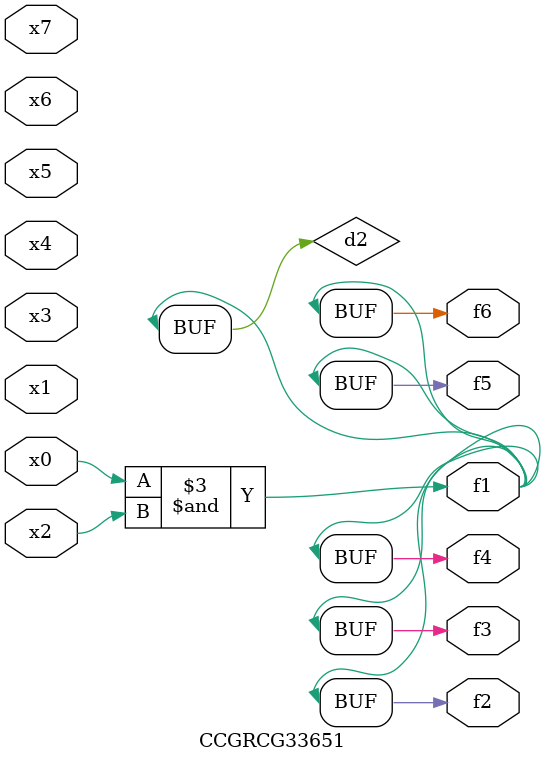
<source format=v>
module CCGRCG33651(
	input x0, x1, x2, x3, x4, x5, x6, x7,
	output f1, f2, f3, f4, f5, f6
);

	wire d1, d2;

	nor (d1, x3, x6);
	and (d2, x0, x2);
	assign f1 = d2;
	assign f2 = d2;
	assign f3 = d2;
	assign f4 = d2;
	assign f5 = d2;
	assign f6 = d2;
endmodule

</source>
